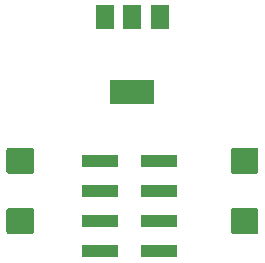
<source format=gbr>
%TF.GenerationSoftware,KiCad,Pcbnew,(5.1.9)-1*%
%TF.CreationDate,2021-05-14T01:46:21+02:00*%
%TF.ProjectId,Netzteil,4e65747a-7465-4696-9c2e-6b696361645f,rev?*%
%TF.SameCoordinates,Original*%
%TF.FileFunction,Paste,Top*%
%TF.FilePolarity,Positive*%
%FSLAX46Y46*%
G04 Gerber Fmt 4.6, Leading zero omitted, Abs format (unit mm)*
G04 Created by KiCad (PCBNEW (5.1.9)-1) date 2021-05-14 01:46:21*
%MOMM*%
%LPD*%
G01*
G04 APERTURE LIST*
%ADD10R,1.500000X2.000000*%
%ADD11R,3.800000X2.000000*%
%ADD12R,3.150000X1.000000*%
G04 APERTURE END LIST*
%TO.C,C1*%
G36*
G01*
X109574999Y-89625000D02*
X111425001Y-89625000D01*
G75*
G02*
X111675000Y-89874999I0J-249999D01*
G01*
X111675000Y-91625001D01*
G75*
G02*
X111425001Y-91875000I-249999J0D01*
G01*
X109574999Y-91875000D01*
G75*
G02*
X109325000Y-91625001I0J249999D01*
G01*
X109325000Y-89874999D01*
G75*
G02*
X109574999Y-89625000I249999J0D01*
G01*
G37*
G36*
G01*
X109574999Y-84525000D02*
X111425001Y-84525000D01*
G75*
G02*
X111675000Y-84774999I0J-249999D01*
G01*
X111675000Y-86525001D01*
G75*
G02*
X111425001Y-86775000I-249999J0D01*
G01*
X109574999Y-86775000D01*
G75*
G02*
X109325000Y-86525001I0J249999D01*
G01*
X109325000Y-84774999D01*
G75*
G02*
X109574999Y-84525000I249999J0D01*
G01*
G37*
%TD*%
%TO.C,C2*%
G36*
G01*
X128574999Y-89625000D02*
X130425001Y-89625000D01*
G75*
G02*
X130675000Y-89874999I0J-249999D01*
G01*
X130675000Y-91625001D01*
G75*
G02*
X130425001Y-91875000I-249999J0D01*
G01*
X128574999Y-91875000D01*
G75*
G02*
X128325000Y-91625001I0J249999D01*
G01*
X128325000Y-89874999D01*
G75*
G02*
X128574999Y-89625000I249999J0D01*
G01*
G37*
G36*
G01*
X128574999Y-84525000D02*
X130425001Y-84525000D01*
G75*
G02*
X130675000Y-84774999I0J-249999D01*
G01*
X130675000Y-86525001D01*
G75*
G02*
X130425001Y-86775000I-249999J0D01*
G01*
X128574999Y-86775000D01*
G75*
G02*
X128325000Y-86525001I0J249999D01*
G01*
X128325000Y-84774999D01*
G75*
G02*
X128574999Y-84525000I249999J0D01*
G01*
G37*
%TD*%
D10*
%TO.C,U2*%
X122300000Y-73500000D03*
X117700000Y-73500000D03*
X120000000Y-73500000D03*
D11*
X120000000Y-79800000D03*
%TD*%
D12*
%TO.C,J2*%
X122275000Y-93260000D03*
X117225000Y-93260000D03*
X122275000Y-90720000D03*
X117225000Y-90720000D03*
X122275000Y-88180000D03*
X117225000Y-88180000D03*
X122275000Y-85640000D03*
X117225000Y-85640000D03*
%TD*%
M02*

</source>
